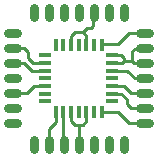
<source format=gbr>
%FSLAX34Y34*%
%MOMM*%
%LNCOPPER_TOP*%
G71*
G01*
%ADD10R,1.000X0.370*%
%ADD11R,0.370X1.000*%
%ADD12C,0.750*%
%ADD13C,0.250*%
%LPD*%
X106041Y873534D02*
G54D10*
D03*
X106041Y867034D02*
G54D10*
D03*
X106041Y860534D02*
G54D10*
D03*
X106041Y854034D02*
G54D10*
D03*
X106041Y847534D02*
G54D10*
D03*
X106041Y841034D02*
G54D10*
D03*
X106041Y834534D02*
G54D10*
D03*
X163041Y873534D02*
G54D10*
D03*
X163041Y867034D02*
G54D10*
D03*
X163041Y860534D02*
G54D10*
D03*
X163041Y854034D02*
G54D10*
D03*
X163041Y847534D02*
G54D10*
D03*
X163041Y841034D02*
G54D10*
D03*
X163041Y834534D02*
G54D10*
D03*
X154041Y882534D02*
G54D11*
D03*
X147541Y882534D02*
G54D11*
D03*
X141041Y882534D02*
G54D11*
D03*
X134541Y882534D02*
G54D11*
D03*
X128041Y882534D02*
G54D11*
D03*
X121541Y882534D02*
G54D11*
D03*
X115041Y882534D02*
G54D11*
D03*
X154041Y825534D02*
G54D11*
D03*
X147540Y825534D02*
G54D11*
D03*
X141040Y825534D02*
G54D11*
D03*
X134541Y825534D02*
G54D11*
D03*
X128041Y825534D02*
G54D11*
D03*
X121541Y825534D02*
G54D11*
D03*
X115041Y825534D02*
G54D11*
D03*
G54D12*
X74791Y892135D02*
X82291Y892135D01*
G54D12*
X186788Y892134D02*
X194288Y892134D01*
G54D12*
X74791Y879434D02*
X82291Y879434D01*
G54D12*
X74791Y866734D02*
X82291Y866734D01*
G54D12*
X74791Y854034D02*
X82291Y854034D01*
G54D12*
X74791Y841334D02*
X82291Y841334D01*
G54D12*
X74791Y828634D02*
X82291Y828634D01*
G54D12*
X74791Y815934D02*
X82291Y815934D01*
G54D12*
X96441Y913784D02*
X96441Y906284D01*
G54D12*
X109141Y913784D02*
X109141Y906284D01*
G54D12*
X121841Y913784D02*
X121841Y906284D01*
G54D12*
X134541Y913784D02*
X134541Y906284D01*
G54D12*
X147240Y913785D02*
X147240Y906285D01*
G54D12*
X159941Y913784D02*
X159941Y906284D01*
G54D12*
X172640Y913784D02*
X172640Y906284D01*
G54D12*
X186788Y879434D02*
X194288Y879434D01*
G54D12*
X186788Y866734D02*
X194288Y866734D01*
G54D12*
X186788Y854034D02*
X194288Y854034D01*
G54D12*
X186788Y841334D02*
X194288Y841334D01*
G54D12*
X186788Y828634D02*
X194288Y828634D01*
G54D12*
X186788Y815934D02*
X194288Y815934D01*
G54D12*
X96441Y801784D02*
X96441Y794284D01*
G54D12*
X109141Y801784D02*
X109141Y794284D01*
G54D12*
X121841Y801784D02*
X121841Y794284D01*
G54D12*
X134541Y801784D02*
X134541Y794284D01*
G54D12*
X147241Y801784D02*
X147241Y794284D01*
G54D12*
X159941Y801784D02*
X159941Y794284D01*
G54D12*
X172640Y801784D02*
X172640Y794284D01*
G54D13*
X163041Y873534D02*
X170644Y873534D01*
X172641Y871538D01*
X172641Y868759D01*
X171053Y867172D01*
X163178Y867172D01*
X163041Y867034D01*
G54D13*
X190538Y866734D02*
X181412Y866734D01*
X179784Y868362D01*
X179784Y877094D01*
X181769Y879078D01*
X190182Y879078D01*
X190538Y879434D01*
G54D13*
X172641Y868759D02*
X179388Y868759D01*
X179784Y868362D01*
G54D13*
X190538Y854034D02*
X181809Y854034D01*
X175419Y860425D01*
X163150Y860425D01*
X163041Y860534D01*
G54D13*
X163041Y847534D02*
X172831Y847534D01*
X178991Y841375D01*
X190498Y841375D01*
X190538Y841334D01*
G54D13*
X163041Y841034D02*
X170600Y841034D01*
X175022Y836612D01*
X175022Y832644D01*
X178991Y828675D01*
X190498Y828675D01*
X190538Y828634D01*
G54D13*
X128041Y825534D02*
X128041Y818109D01*
X131366Y814784D01*
X137716Y814784D01*
X140891Y817959D01*
X140891Y825384D01*
X141040Y825534D01*
G54D13*
X134541Y798034D02*
X134541Y814784D01*
G54D13*
X141041Y882534D02*
X141041Y889959D01*
X137716Y893284D01*
X131366Y893284D01*
X128190Y890109D01*
X128190Y882684D01*
X128041Y882534D01*
G54D13*
X137716Y893284D02*
X137716Y893366D01*
X141288Y896938D01*
X145256Y896938D01*
X146844Y898525D01*
X146844Y909638D01*
X147241Y910034D01*
G54D13*
X190538Y892134D02*
X177362Y892134D01*
X167878Y882650D01*
X154156Y882650D01*
X154041Y882534D01*
G54D13*
X190538Y815934D02*
X177444Y815934D01*
X167878Y825500D01*
X154075Y825500D01*
X154041Y825534D01*
G54D13*
X78541Y879434D02*
X88544Y879434D01*
X91678Y876300D01*
X91678Y871141D01*
X95647Y867172D01*
X105903Y867172D01*
X106041Y867034D01*
G54D13*
X106041Y860534D02*
X94744Y860534D01*
X88503Y866775D01*
X78581Y866775D01*
X78541Y866734D01*
G54D13*
X106041Y847534D02*
X96647Y847534D01*
X90488Y841375D01*
X78581Y841375D01*
X78541Y841334D01*
G54D13*
X121541Y825534D02*
X121541Y798334D01*
X121841Y798034D01*
G54D13*
X115041Y825534D02*
X115041Y817112D01*
X109141Y811212D01*
X109141Y798034D01*
M02*

</source>
